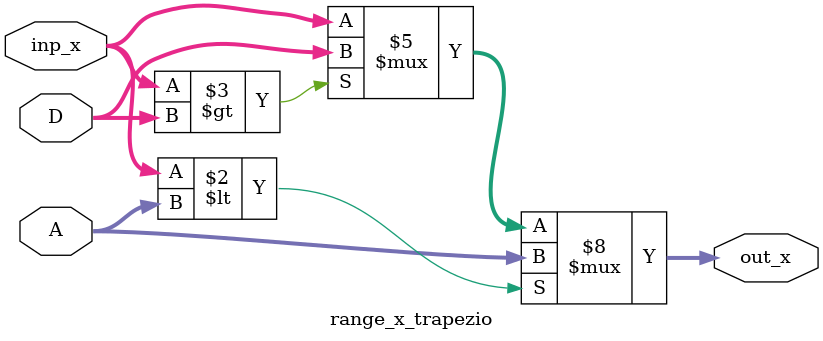
<source format=v>

module range_x_trapezio (inp_x, A, D, out_x);
input [7:0] inp_x, A, D;
output reg [7:0] out_x;

 
always @ (inp_x, A, D)
if (inp_x < A)
out_x <= A;
else if (inp_x > D) 
out_x <= D;
else out_x <= inp_x;
endmodule

</source>
